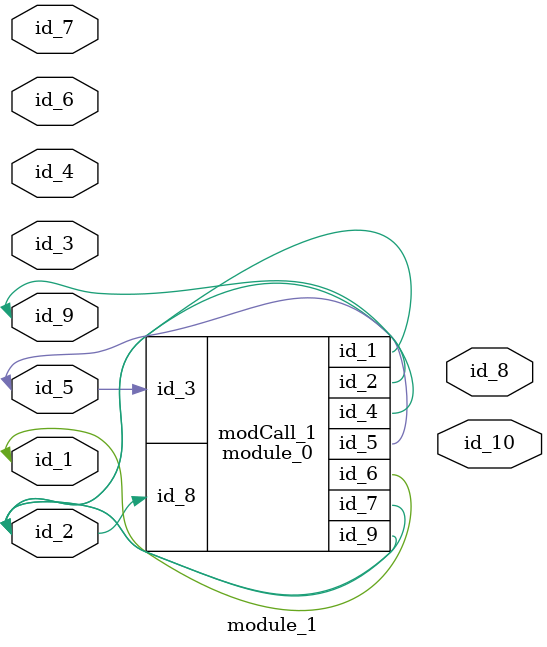
<source format=v>
module module_0 (
    id_1,
    id_2,
    id_3,
    id_4,
    id_5,
    id_6,
    id_7,
    id_8,
    id_9
);
  inout wire id_9;
  input wire id_8;
  inout wire id_7;
  inout wire id_6;
  inout wire id_5;
  inout wire id_4;
  input wire id_3;
  output wire id_2;
  inout wire id_1;
endmodule
module module_1 (
    id_1,
    id_2,
    id_3,
    id_4,
    id_5,
    id_6,
    id_7,
    id_8,
    id_9,
    id_10
);
  output wire id_10;
  inout wire id_9;
  output wire id_8;
  input wire id_7;
  input wire id_6;
  inout wire id_5;
  inout wire id_4;
  inout wire id_3;
  inout wire id_2;
  inout wire id_1;
  module_0 modCall_1 (
      id_2,
      id_2,
      id_5,
      id_9,
      id_5,
      id_1,
      id_2,
      id_2,
      id_2
  );
endmodule

</source>
